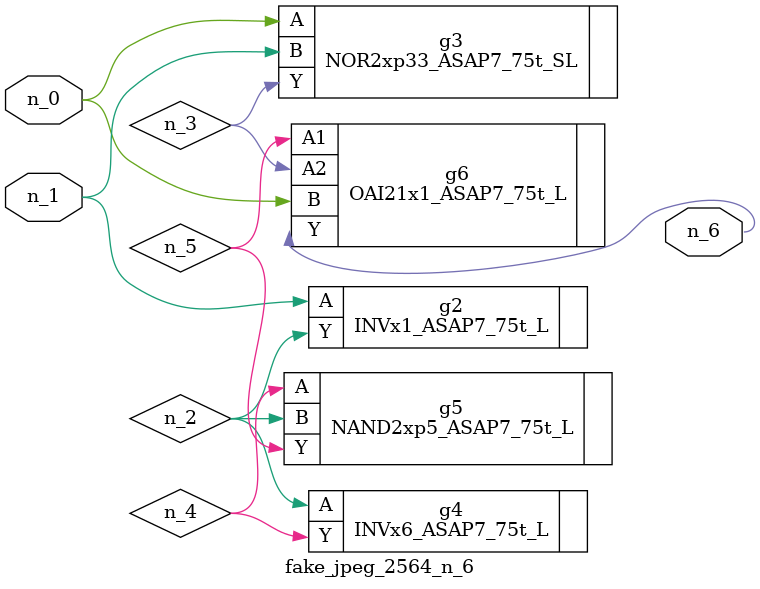
<source format=v>
module fake_jpeg_2564_n_6 (n_0, n_1, n_6);

input n_0;
input n_1;

output n_6;

wire n_2;
wire n_3;
wire n_4;
wire n_5;

INVx1_ASAP7_75t_L g2 ( 
.A(n_1),
.Y(n_2)
);

NOR2xp33_ASAP7_75t_SL g3 ( 
.A(n_0),
.B(n_1),
.Y(n_3)
);

INVx6_ASAP7_75t_L g4 ( 
.A(n_2),
.Y(n_4)
);

NAND2xp5_ASAP7_75t_L g5 ( 
.A(n_4),
.B(n_2),
.Y(n_5)
);

OAI21x1_ASAP7_75t_L g6 ( 
.A1(n_5),
.A2(n_3),
.B(n_0),
.Y(n_6)
);


endmodule
</source>
